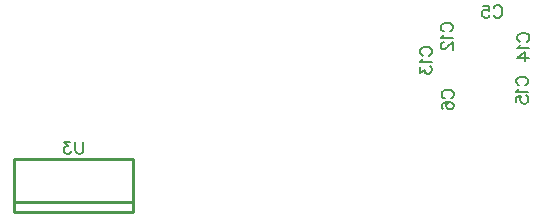
<source format=gbo>
G04 DipTrace 2.4.0.2*
%INMainBoard.GBO*%
%MOMM*%
%ADD10C,0.25*%
%ADD63C,0.157*%
%FSLAX53Y53*%
G04*
G71*
G90*
G75*
G01*
%LNBotSilk*%
%LPD*%
X17860Y1110D2*
D10*
X27860D1*
Y5610D1*
X17860D1*
Y1110D1*
Y2010D2*
X27860D1*
X58433Y18375D2*
D63*
X58481Y18472D1*
X58579Y18570D1*
X58675Y18618D1*
X58870D1*
X58967Y18570D1*
X59064Y18472D1*
X59113Y18375D1*
X59162Y18229D1*
Y17986D1*
X59113Y17841D1*
X59064Y17743D1*
X58967Y17646D1*
X58870Y17597D1*
X58675D1*
X58579Y17646D1*
X58481Y17743D1*
X58433Y17841D1*
X57536Y18617D2*
X58021D1*
X58070Y18180D1*
X58021Y18228D1*
X57875Y18278D1*
X57730D1*
X57584Y18228D1*
X57487Y18132D1*
X57438Y17986D1*
Y17889D1*
X57487Y17743D1*
X57584Y17645D1*
X57730Y17597D1*
X57875D1*
X58021Y17645D1*
X58070Y17695D1*
X58119Y17791D1*
X54277Y10759D2*
X54181Y10808D1*
X54083Y10905D1*
X54035Y11002D1*
Y11196D1*
X54083Y11294D1*
X54181Y11390D1*
X54277Y11440D1*
X54423Y11488D1*
X54667D1*
X54812Y11440D1*
X54909Y11390D1*
X55006Y11294D1*
X55055Y11196D1*
Y11002D1*
X55006Y10905D1*
X54909Y10808D1*
X54812Y10759D1*
X54181Y9863D2*
X54084Y9911D1*
X54036Y10057D1*
Y10154D1*
X54084Y10300D1*
X54230Y10397D1*
X54473Y10446D1*
X54715D1*
X54909Y10397D1*
X55007Y10300D1*
X55055Y10154D1*
Y10105D1*
X55007Y9960D1*
X54909Y9863D1*
X54763Y9814D1*
X54715D1*
X54569Y9863D1*
X54473Y9960D1*
X54424Y10105D1*
Y10154D1*
X54473Y10300D1*
X54569Y10397D1*
X54715Y10446D1*
X54205Y16431D2*
X54108Y16480D1*
X54010Y16577D1*
X53962Y16674D1*
Y16868D1*
X54010Y16966D1*
X54108Y17063D1*
X54205Y17112D1*
X54351Y17160D1*
X54594D1*
X54739Y17112D1*
X54837Y17063D1*
X54934Y16966D1*
X54983Y16868D1*
Y16674D1*
X54934Y16577D1*
X54837Y16480D1*
X54739Y16431D1*
X54158Y16118D2*
X54108Y16020D1*
X53963Y15874D1*
X54983D1*
X54206Y15511D2*
X54158D1*
X54060Y15463D1*
X54012Y15414D1*
X53963Y15317D1*
Y15122D1*
X54012Y15026D1*
X54060Y14977D1*
X54158Y14928D1*
X54254D1*
X54352Y14977D1*
X54497Y15074D1*
X54983Y15560D1*
Y14880D1*
X52439Y14381D2*
X52342Y14430D1*
X52244Y14527D1*
X52196Y14624D1*
Y14818D1*
X52244Y14916D1*
X52342Y15013D1*
X52439Y15062D1*
X52585Y15110D1*
X52828D1*
X52973Y15062D1*
X53071Y15013D1*
X53168Y14916D1*
X53217Y14818D1*
Y14624D1*
X53168Y14527D1*
X53071Y14430D1*
X52973Y14381D1*
X52392Y14068D2*
X52342Y13970D1*
X52197Y13824D1*
X53217D1*
X52197Y13413D2*
Y12879D1*
X52586Y13170D1*
Y13024D1*
X52634Y12927D1*
X52682Y12879D1*
X52828Y12830D1*
X52925D1*
X53071Y12879D1*
X53169Y12976D1*
X53217Y13122D1*
Y13268D1*
X53169Y13413D1*
X53119Y13461D1*
X53023Y13510D1*
X60687Y15556D2*
X60591Y15604D1*
X60493Y15702D1*
X60445Y15798D1*
Y15992D1*
X60493Y16090D1*
X60591Y16187D1*
X60687Y16236D1*
X60833Y16284D1*
X61077D1*
X61222Y16236D1*
X61319Y16187D1*
X61416Y16090D1*
X61465Y15992D1*
Y15798D1*
X61416Y15702D1*
X61319Y15604D1*
X61222Y15556D1*
X60640Y15242D2*
X60591Y15144D1*
X60446Y14998D1*
X61465D1*
Y14198D2*
X60446D1*
X61125Y14684D1*
Y13956D1*
X60577Y11871D2*
X60481Y11920D1*
X60383Y12017D1*
X60335Y12114D1*
Y12308D1*
X60383Y12406D1*
X60481Y12503D1*
X60577Y12552D1*
X60723Y12600D1*
X60967D1*
X61112Y12552D1*
X61209Y12503D1*
X61306Y12406D1*
X61355Y12308D1*
Y12114D1*
X61306Y12017D1*
X61209Y11920D1*
X61112Y11871D1*
X60530Y11558D2*
X60481Y11460D1*
X60336Y11314D1*
X61355D1*
X60336Y10417D2*
Y10903D1*
X60773Y10951D1*
X60724Y10903D1*
X60675Y10757D1*
Y10612D1*
X60724Y10466D1*
X60821Y10368D1*
X60967Y10320D1*
X61063D1*
X61209Y10368D1*
X61307Y10466D1*
X61355Y10612D1*
Y10757D1*
X61307Y10903D1*
X61258Y10951D1*
X61161Y11000D1*
X23697Y7098D2*
Y6369D1*
X23649Y6223D1*
X23551Y6126D1*
X23405Y6077D1*
X23309D1*
X23163Y6126D1*
X23065Y6223D1*
X23017Y6369D1*
Y7098D1*
X22605Y7097D2*
X22072D1*
X22363Y6708D1*
X22217D1*
X22120Y6660D1*
X22072Y6612D1*
X22023Y6466D1*
Y6369D1*
X22072Y6223D1*
X22169Y6125D1*
X22315Y6077D1*
X22461D1*
X22605Y6125D1*
X22654Y6175D1*
X22703Y6271D1*
M02*

</source>
